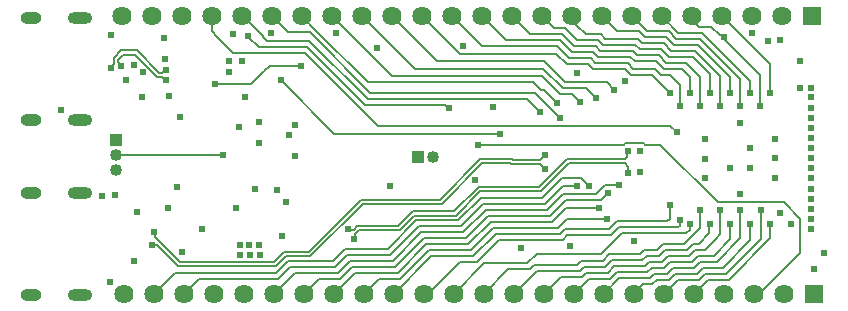
<source format=gbl>
G04*
G04 #@! TF.GenerationSoftware,Altium Limited,Altium Designer,24.7.2 (38)*
G04*
G04 Layer_Physical_Order=4*
G04 Layer_Color=16711680*
%FSLAX25Y25*%
%MOIN*%
G70*
G04*
G04 #@! TF.SameCoordinates,4F91C874-3C4E-4DED-96D1-C94EC6773432*
G04*
G04*
G04 #@! TF.FilePolarity,Positive*
G04*
G01*
G75*
%ADD13C,0.00600*%
%ADD64C,0.00603*%
%ADD74R,0.06400X0.06400*%
%ADD75C,0.06400*%
%ADD76O,0.07087X0.03937*%
%ADD77O,0.08268X0.03937*%
%ADD78C,0.04000*%
%ADD79R,0.04000X0.04000*%
%ADD80R,0.04000X0.04000*%
%ADD81C,0.02400*%
D13*
X114015Y17500D02*
X128358D01*
X110015Y13500D02*
X114015Y17500D01*
X95000Y13500D02*
X110015D01*
X128358Y17500D02*
X137858Y27000D01*
X99786Y84900D02*
X124186Y60500D01*
X221700D01*
X103700Y92300D02*
X121000Y75000D01*
X175928D01*
X178528Y72400D01*
X264800Y82200D02*
X264816Y82184D01*
X70100Y74500D02*
X82069D01*
X86300Y78731D02*
X88127Y80558D01*
X82069Y74500D02*
X86300Y78731D01*
X88127Y80558D02*
X98500D01*
X72400Y50900D02*
X72500Y50800D01*
X36900Y50900D02*
X72400D01*
X179600Y72400D02*
X184000Y68000D01*
X178528Y72400D02*
X179600D01*
X103700Y92300D02*
X103700D01*
X99000Y97000D02*
X103700Y92300D01*
X76093Y84900D02*
X86300D01*
X70693Y90300D02*
X76093Y84900D01*
X86300D02*
X99786D01*
X84442Y86921D02*
X86300D01*
X100593D01*
X81063Y90300D02*
X84442Y86921D01*
X100593D02*
X120015Y67500D01*
X101422Y88921D02*
X120843Y69500D01*
X87404Y88921D02*
X101422D01*
X101472Y91700D02*
X121672Y71500D01*
X89000Y97000D02*
X94300Y91700D01*
X101472D01*
X86025Y90300D02*
X87404Y88921D01*
X85822Y90503D02*
X86025Y90300D01*
X85822Y90503D02*
Y90508D01*
X79330Y97000D02*
X85822Y90508D01*
X121672Y71500D02*
X176600D01*
X120843Y69500D02*
X174100D01*
X79000Y97000D02*
X79330D01*
X146714Y67500D02*
X147814Y66400D01*
X120015Y67500D02*
X146714D01*
X147814Y66400D02*
X148000D01*
X80982Y90382D02*
X81063Y90300D01*
X69000Y91993D02*
X70693Y90300D01*
X69000Y91993D02*
Y97000D01*
X206564Y54700D02*
X212918D01*
X213318Y54300D01*
X218282D02*
X237511Y35070D01*
X206165Y54300D02*
X206564Y54700D01*
X213318Y54300D02*
X218282D01*
X157500D02*
X206165D01*
X91800Y75700D02*
X109700Y57800D01*
X164800D01*
X199882Y40700D02*
X204500D01*
X196882Y37700D02*
X199882Y40700D01*
X185950Y37700D02*
X196882D01*
X180750Y32500D02*
X185950Y37700D01*
X237511Y35070D02*
X259530D01*
X265083Y29518D01*
Y18311D02*
Y29518D01*
X252709Y5938D02*
X265083Y18311D01*
X250961Y4500D02*
X252399Y5938D01*
X252709D01*
X249500Y4500D02*
X250961D01*
X221700Y60500D02*
X223800Y58400D01*
X185821Y40400D02*
X190600D01*
X191900Y43100D02*
X194500Y40500D01*
Y40400D02*
Y40500D01*
X185693Y43100D02*
X191900D01*
X185853Y73000D02*
X193700D01*
X196900Y69800D01*
X176600Y71500D02*
X184900Y63200D01*
X174100Y69500D02*
X178300Y65300D01*
X198658Y17800D02*
X205558Y24700D01*
X177143Y17800D02*
X198658D01*
X174007Y14664D02*
X177143Y17800D01*
X149500Y4500D02*
X159664Y14664D01*
X174007D01*
X186906Y33000D02*
X198000D01*
X179093Y36500D02*
X185693Y43100D01*
X158529Y36500D02*
X179093D01*
X151030Y29000D02*
X158529Y36500D01*
X183686Y84500D02*
X187186Y81000D01*
X139000Y97000D02*
X151500Y84500D01*
X183686D01*
X129000Y97000D02*
X144000Y82000D01*
X179682D02*
X186682Y75000D01*
X144000Y82000D02*
X179682D01*
X179353Y79500D02*
X185853Y73000D01*
X119000Y97000D02*
X136500Y79500D01*
X179353D01*
X179025Y77000D02*
X185025Y71000D01*
X189000D01*
X191500Y68500D01*
X129000Y77000D02*
X179025D01*
X109000Y97000D02*
X129000Y77000D01*
X200500Y75000D02*
X203000Y72500D01*
X186682Y75000D02*
X200500D01*
X216602Y79599D02*
X218701Y77500D01*
X224850Y67022D02*
Y74180D01*
X221530Y77500D02*
X224850Y74180D01*
X218701Y77500D02*
X221530D01*
X209431Y79599D02*
X216602D01*
X207529Y81500D02*
X209431Y79599D01*
X229000Y95989D02*
Y97000D01*
Y95989D02*
X231403Y93585D01*
X235415D01*
X238341Y90659D02*
X238462D01*
X239250Y89871D01*
X235415Y93585D02*
X238341Y90659D01*
X239250Y89750D02*
Y89871D01*
X219000Y97000D02*
X224415Y91585D01*
X232400D01*
X187186Y81000D02*
X194358D01*
X195858Y79500D01*
X206701D01*
X208602Y77599D02*
X215580D01*
X206701Y79500D02*
X208602Y77599D01*
X215580D02*
X221557Y71622D01*
X227000Y81500D02*
X231543Y76957D01*
X220358Y81500D02*
X227000D01*
X231543Y67022D02*
Y76957D01*
X225500Y79500D02*
X228250Y76750D01*
X219530Y79500D02*
X225500D01*
X228250Y71622D02*
Y76750D01*
X159000Y87000D02*
X184015D01*
X149000Y97000D02*
X159000Y87000D01*
X184015D02*
X188015Y83000D01*
X195186D01*
X196686Y81500D02*
X207529D01*
X195186Y83000D02*
X196686Y81500D01*
X159000Y97000D02*
X167000Y89000D01*
X184843D01*
X188843Y85000D01*
X196015D01*
X197515Y83500D02*
X208358D01*
X196015Y85000D02*
X197515Y83500D01*
X208358D02*
X209858Y82000D01*
X217030D01*
X219530Y79500D01*
X169000Y97000D02*
X175000Y91000D01*
X185672D01*
X189672Y87000D01*
X196843D01*
X198343Y85500D01*
X209186D01*
X210686Y84000D01*
X217858D01*
X220358Y81500D01*
X179000Y97000D02*
X183000Y93000D01*
X186500D01*
X190500Y89000D02*
X197672D01*
X186500Y93000D02*
X190500Y89000D01*
X197672D02*
X199172Y87500D01*
X210015D01*
X211515Y86000D01*
X218686D01*
X221186Y83500D02*
X229172D01*
X218686Y86000D02*
X221186Y83500D01*
X234943Y71622D02*
Y77729D01*
X229172Y83500D02*
X234943Y77729D01*
X221172Y92000D02*
X223586Y89585D01*
X231572D01*
X222843Y87500D02*
X230828D01*
X220343Y90000D02*
X222843Y87500D01*
X213172Y90000D02*
X220343D01*
X209000Y97000D02*
X214000Y92000D01*
X221172D01*
X231572Y89585D02*
X244929Y76228D01*
X232400Y91585D02*
X248329Y75656D01*
X200000Y89500D02*
X210843D01*
X212343Y88000D01*
X198500Y91000D02*
X200000Y89500D01*
X219515Y88000D02*
X222015Y85500D01*
X212343Y88000D02*
X219515D01*
X193500Y91000D02*
X198500D01*
X211172Y92000D02*
X213172Y90000D01*
X199000Y97000D02*
X204000Y92000D01*
X211172D01*
X189000Y95539D02*
X190573Y93965D01*
X189000Y95539D02*
Y97000D01*
X190573Y93927D02*
Y93965D01*
Y93927D02*
X193500Y91000D01*
X222015Y85500D02*
X230000D01*
X238236Y77264D01*
Y67022D02*
Y77264D01*
X230828Y87500D02*
X241636Y76693D01*
Y71622D02*
Y76693D01*
X244929Y67022D02*
Y76228D01*
X159500Y4500D02*
X167664Y12664D01*
X174836D01*
X192015Y15500D02*
X199186D01*
X190679Y14164D02*
X192015Y15500D01*
X176336Y14164D02*
X190679D01*
X174836Y12664D02*
X176336Y14164D01*
X199186Y15500D02*
X201431Y17745D01*
X255000Y71600D02*
Y81000D01*
X239000Y97000D02*
X255000Y81000D01*
X239250Y89750D02*
X251600Y77400D01*
X248329Y71622D02*
Y75656D01*
X251600Y67000D02*
Y77400D01*
X56500Y11500D02*
X90172D01*
X49500Y4500D02*
X56500Y11500D01*
X94172Y15500D02*
X109186D01*
X113186Y19500D01*
X90172Y11500D02*
X94172Y15500D01*
X59500Y4500D02*
X64500Y9500D01*
X91000D02*
X95000Y13500D01*
X64500Y9500D02*
X91000D01*
X113186Y19500D02*
X127530D01*
X137030Y29000D01*
X151030D01*
X137858Y27000D02*
X151858D01*
X159358Y34500D01*
X179921D01*
X185821Y40400D01*
X89500Y4500D02*
X96500Y11500D01*
X110843D01*
X114843Y15500D01*
X129186D01*
X138686Y25000D01*
X160186Y32500D02*
X180750D01*
X152686Y25000D02*
X160186Y32500D01*
X138686Y25000D02*
X152686D01*
X115672Y13500D02*
X130015D01*
X99500Y4500D02*
X104500Y9500D01*
X130015Y13500D02*
X139515Y23000D01*
X104500Y9500D02*
X111672D01*
X115672Y13500D01*
X139515Y23000D02*
X153515D01*
X161015Y30500D01*
X181578D01*
X186778Y35700D01*
X198700D01*
X201000Y38000D01*
X182406Y28500D02*
X186906Y33000D01*
X116500Y11500D02*
X130843D01*
X109500Y4500D02*
X116500Y11500D01*
X140343Y21000D02*
X154343D01*
X130843Y11500D02*
X140343Y21000D01*
X161843Y28500D02*
X182406D01*
X154343Y21000D02*
X161843Y28500D01*
X119500Y4500D02*
X124500Y9500D01*
X131672D01*
X141172Y19000D02*
X155172D01*
X131672Y9500D02*
X141172Y19000D01*
X162672Y26500D02*
X184225D01*
X155172Y19000D02*
X162672Y26500D01*
X187225Y29500D02*
X200500D01*
X184225Y26500D02*
X187225Y29500D01*
X203901Y28700D02*
X220700D01*
X201201Y26000D02*
X203901Y28700D01*
X220700D02*
X221500Y29500D01*
Y34000D01*
X205558Y24700D02*
X227073D01*
X228293Y25921D01*
X129500Y4500D02*
X142000Y17000D01*
X156000D01*
X151500Y15000D02*
X157172D01*
X140961Y4500D02*
X142535Y6073D01*
X142573D01*
X151500Y15000D01*
X139500Y4500D02*
X140961D01*
X163500Y24500D02*
X185053D01*
X156000Y17000D02*
X163500Y24500D01*
X129500Y4500D02*
Y5961D01*
X157172Y15000D02*
X164672Y22500D01*
X185882D01*
X186553Y26000D02*
X201201D01*
X185053Y24500D02*
X186553Y26000D01*
X185882Y22500D02*
X187382Y24000D01*
X202029D02*
X204730Y26700D01*
X187382Y24000D02*
X202029D01*
X234200Y9200D02*
X241200D01*
X255065Y23065D02*
Y27770D01*
X241200Y9200D02*
X255065Y23065D01*
X251772Y22772D02*
Y32370D01*
X233372Y11200D02*
X240200D01*
X251772Y22772D01*
X239200Y13200D02*
X248372Y22372D01*
X232543Y13200D02*
X239200D01*
X248372Y22372D02*
Y27770D01*
X245079Y23079D02*
Y32370D01*
X231715Y15200D02*
X237200D01*
X245079Y23079D01*
X227229Y19200D02*
X229229Y21200D01*
X231200D01*
X234718Y24718D02*
Y27503D01*
X231200Y21200D02*
X234718Y24718D01*
X220058Y19200D02*
X227229D01*
X234718Y27503D02*
X234986Y27770D01*
X224896Y27286D02*
Y28896D01*
X224310Y26700D02*
X224896Y27286D01*
Y28896D02*
X225000Y29000D01*
X204730Y26700D02*
X224310D01*
X228293Y25921D02*
Y27770D01*
X231693Y26492D02*
Y32370D01*
X226401Y21200D02*
X231693Y26492D01*
X219230Y21200D02*
X226401D01*
X236986Y22858D02*
Y22986D01*
X238386Y24386D02*
Y32370D01*
X236986Y22986D02*
X238386Y24386D01*
X233328Y19200D02*
X236986Y22858D01*
X230058Y19200D02*
X233328D01*
X230886Y17200D02*
X236200D01*
X241679Y22679D02*
Y27770D01*
X236200Y17200D02*
X241679Y22679D01*
X169500Y4500D02*
X177164Y12164D01*
X191507D01*
X201431Y17745D02*
X211603D01*
X213058Y19200D01*
X217230D02*
X219230Y21200D01*
X213058Y19200D02*
X217230D01*
X192843Y13500D02*
X200015D01*
X191507Y12164D02*
X192843Y13500D01*
X200015D02*
X202260Y15745D01*
X212431D01*
X213886Y17200D01*
X218058D01*
X220058Y19200D01*
X179500Y4500D02*
X185164Y10164D01*
X192336D01*
X193672Y11500D01*
X195009Y11500D01*
X200843D01*
X203088Y13745D02*
X213260D01*
X200843Y11500D02*
X203088Y13745D01*
X213260D02*
X214715Y15200D01*
X201672Y9500D02*
X203917Y11745D01*
X189500Y4500D02*
X194500Y9500D01*
X214088Y11745D02*
X215543Y13200D01*
X203917Y11745D02*
X214088D01*
X194500Y9500D02*
X201672D01*
X214715Y15200D02*
X218886D01*
X220886Y17200D01*
X228058D01*
X230058Y19200D01*
X215543Y13200D02*
X219715D01*
X221715Y15200D02*
X228886D01*
X219715Y13200D02*
X221715Y15200D01*
X228886D02*
X230886Y17200D01*
X199500Y4500D02*
X204745Y9745D01*
X214917D01*
X216372Y11200D02*
X220543D01*
X214917Y9745D02*
X216372Y11200D01*
X222543Y13200D02*
X229715D01*
X220543Y11200D02*
X222543Y13200D01*
X229715D02*
X231715Y15200D01*
X209500Y4500D02*
X212745Y7745D01*
X215745D01*
X217200Y9200D01*
X221372D01*
X223372Y11200D01*
X230543D01*
X232543Y13200D01*
X224200Y9200D02*
X231372D01*
X233372Y11200D01*
X219500Y4500D02*
X224200Y9200D01*
X229500Y4500D02*
X234200Y9200D01*
D64*
X49835Y23465D02*
X58201Y15099D01*
X89521D01*
X57620Y13695D02*
X90102D01*
X89521Y15099D02*
X92927Y18505D01*
X90102Y13695D02*
X93508Y17101D01*
X50622Y20694D02*
X57620Y13695D01*
X101104Y18505D02*
X118559Y35959D01*
X101686Y17101D02*
X119140Y34556D01*
X118559Y35959D02*
X144949D01*
X92927Y18505D02*
X101104D01*
X93508Y17101D02*
X101686D01*
X119140Y34556D02*
X145530D01*
X49278Y20694D02*
X50622D01*
X49065Y20907D02*
X49278Y20694D01*
X49835Y23465D02*
Y24965D01*
X49700Y25100D02*
X49835Y24965D01*
X37559Y82534D02*
X39322Y84297D01*
X37559Y81781D02*
Y82534D01*
X36156Y81052D02*
Y83115D01*
X37559Y81781D02*
X38531Y80809D01*
X35300Y79800D02*
Y80196D01*
X36156Y83115D02*
X38741Y85700D01*
X35300Y80196D02*
X36156Y81052D01*
X38531Y80529D02*
Y80809D01*
X38741Y85700D02*
X43792D01*
X53147Y75850D02*
X53500D01*
X52248Y76749D02*
X53147Y75850D01*
X50760Y76749D02*
X52248D01*
X43211Y84297D02*
X50760Y76749D01*
X39322Y84297D02*
X43211D01*
X51341Y78152D02*
X52248D01*
X53147Y79050D01*
X53500D01*
X43792Y85700D02*
X51341Y78152D01*
X150283Y30602D02*
X158378Y38697D01*
X149701Y32004D02*
X157797Y40100D01*
X135785Y32004D02*
X149701D01*
X114400Y26200D02*
X114616Y25984D01*
X116151D01*
X116330Y22900D02*
X116608Y23178D01*
X117266Y27099D02*
X130879D01*
X116608Y23178D02*
Y24456D01*
X117847Y25695D01*
X131460D01*
X136366Y30602D02*
X150283D01*
X116151Y25984D02*
X117266Y27099D01*
X130879D02*
X135785Y32004D01*
X131460Y25695D02*
X136366Y30602D01*
X178252Y49301D02*
X179800Y50850D01*
Y50900D01*
X144949Y35959D02*
X158392Y49402D01*
X158973Y47998D02*
X168660D01*
X168760Y47899D02*
X178252D01*
X179850Y46300D01*
X179900D01*
X158392Y49402D02*
X169241D01*
X168660Y47998D02*
X168760Y47899D01*
X169341Y49301D02*
X178252D01*
X169241Y49402D02*
X169341Y49301D01*
X145530Y34556D02*
X158973Y47998D01*
X206447Y48094D02*
X207600Y46941D01*
Y44800D02*
Y46941D01*
X187894Y48094D02*
X206447D01*
X187313Y49497D02*
X206447D01*
X157797Y40100D02*
X177916D01*
X178497Y38697D02*
X187894Y48094D01*
X158378Y38697D02*
X178497D01*
X177916Y40100D02*
X187313Y49497D01*
X206447D02*
X207256Y50306D01*
Y51856D01*
X207600Y52200D01*
D74*
X269500Y4500D02*
D03*
X269000Y97000D02*
D03*
D75*
X259500Y4500D02*
D03*
X249500D02*
D03*
X239500D02*
D03*
X229500D02*
D03*
X219500D02*
D03*
X209500D02*
D03*
X199500D02*
D03*
X189500D02*
D03*
X179500D02*
D03*
X169500D02*
D03*
X159500D02*
D03*
X149500D02*
D03*
X139500D02*
D03*
X129500D02*
D03*
X119500D02*
D03*
X109500D02*
D03*
X99500D02*
D03*
X89500D02*
D03*
X79500D02*
D03*
X69500D02*
D03*
X59500D02*
D03*
X49500D02*
D03*
X39500D02*
D03*
X259000Y97000D02*
D03*
X249000D02*
D03*
X239000D02*
D03*
X229000D02*
D03*
X219000D02*
D03*
X209000D02*
D03*
X199000D02*
D03*
X189000D02*
D03*
X179000D02*
D03*
X169000D02*
D03*
X159000D02*
D03*
X149000D02*
D03*
X139000D02*
D03*
X129000D02*
D03*
X119000D02*
D03*
X109000D02*
D03*
X99000D02*
D03*
X89000D02*
D03*
X79000D02*
D03*
X69000D02*
D03*
X59000D02*
D03*
X49000D02*
D03*
X39000D02*
D03*
D76*
X8543Y62484D02*
D03*
Y96492D02*
D03*
Y38008D02*
D03*
Y4000D02*
D03*
D77*
X25000Y96500D02*
D03*
Y62484D02*
D03*
Y4000D02*
D03*
Y38016D02*
D03*
D78*
X36900Y45900D02*
D03*
Y50900D02*
D03*
X142500Y50000D02*
D03*
D79*
X36900Y55900D02*
D03*
D80*
X137500Y50000D02*
D03*
D81*
X273000Y18000D02*
D03*
X53200Y82800D02*
D03*
X207600Y52200D02*
D03*
X90500Y39000D02*
D03*
X74500Y78500D02*
D03*
X79000Y82000D02*
D03*
X74500D02*
D03*
X93500Y35043D02*
D03*
X206572Y75428D02*
D03*
X45500Y70000D02*
D03*
X54500Y70500D02*
D03*
X35000Y8400D02*
D03*
X57400Y40300D02*
D03*
X54300Y33250D02*
D03*
X32200Y37000D02*
D03*
X44100Y31800D02*
D03*
X42917Y15591D02*
D03*
X59100Y18500D02*
D03*
X18500Y65800D02*
D03*
X36500Y37600D02*
D03*
X75800Y91300D02*
D03*
X84700Y54700D02*
D03*
Y61800D02*
D03*
X45827Y78427D02*
D03*
X58363Y63437D02*
D03*
X43000Y80700D02*
D03*
X40200Y75700D02*
D03*
X94575Y57625D02*
D03*
X96700Y60800D02*
D03*
X52900Y89900D02*
D03*
X88522Y91621D02*
D03*
X79800Y70100D02*
D03*
X35400Y90800D02*
D03*
X77900Y60100D02*
D03*
X76951Y33010D02*
D03*
X209500Y22000D02*
D03*
X258172Y31328D02*
D03*
X128165Y40468D02*
D03*
X156668Y42369D02*
D03*
X261826Y27839D02*
D03*
X171768Y19769D02*
D03*
X162669Y66768D02*
D03*
X211500Y52000D02*
D03*
Y45000D02*
D03*
X123768Y86369D02*
D03*
X152687Y87269D02*
D03*
X233200Y56100D02*
D03*
X233246Y49650D02*
D03*
Y43154D02*
D03*
X256762Y43246D02*
D03*
Y49742D02*
D03*
Y56238D02*
D03*
X244958Y61454D02*
D03*
X245050Y37938D02*
D03*
X248300Y53100D02*
D03*
X248346Y46346D02*
D03*
X241600Y46400D02*
D03*
X248877Y91577D02*
D03*
X264800Y82200D02*
D03*
X265083Y73292D02*
D03*
X268472Y70000D02*
D03*
X268600Y32964D02*
D03*
Y36310D02*
D03*
Y29617D02*
D03*
Y59735D02*
D03*
Y46350D02*
D03*
Y53043D02*
D03*
Y73121D02*
D03*
Y66428D02*
D03*
Y56389D02*
D03*
Y26271D02*
D03*
Y63082D02*
D03*
Y39657D02*
D03*
Y43003D02*
D03*
Y49696D02*
D03*
X92400Y23700D02*
D03*
X83400Y39500D02*
D03*
X78300Y20900D02*
D03*
X84900Y17400D02*
D03*
X84700Y20800D02*
D03*
X81400Y20700D02*
D03*
X81600Y17500D02*
D03*
X78300Y17600D02*
D03*
X65700Y26300D02*
D03*
X70100Y74500D02*
D03*
X98500Y80558D02*
D03*
X96500Y50600D02*
D03*
X269600Y12900D02*
D03*
X254200Y88800D02*
D03*
X258400Y89100D02*
D03*
X110300Y91400D02*
D03*
X190600Y78000D02*
D03*
X72500Y50800D02*
D03*
X38531Y80529D02*
D03*
X35300Y79800D02*
D03*
X53500Y79050D02*
D03*
Y75850D02*
D03*
X49700Y25100D02*
D03*
X49065Y20907D02*
D03*
X114400Y26200D02*
D03*
X116330Y22900D02*
D03*
X179900Y46300D02*
D03*
X179800Y50900D02*
D03*
X207600Y44800D02*
D03*
X91800Y75700D02*
D03*
X204500Y40700D02*
D03*
X157500Y54300D02*
D03*
X164800Y57800D02*
D03*
X223800Y58400D02*
D03*
X190600Y40400D02*
D03*
X194500D02*
D03*
X196900Y69800D02*
D03*
X184900Y63200D02*
D03*
X178300Y65300D02*
D03*
X188400Y20500D02*
D03*
X148000Y66400D02*
D03*
X80982Y90382D02*
D03*
X198000Y33000D02*
D03*
X184000Y68000D02*
D03*
X191500Y68500D02*
D03*
X203000Y72500D02*
D03*
X239500Y90000D02*
D03*
X201000Y38000D02*
D03*
X200500Y29500D02*
D03*
X225000Y29000D02*
D03*
X221500Y34000D02*
D03*
X228293Y27770D02*
D03*
X221557Y71622D02*
D03*
X255065Y27770D02*
D03*
X248372D02*
D03*
X251772Y32370D02*
D03*
X241679Y27770D02*
D03*
X245079Y32370D02*
D03*
X234986Y27770D02*
D03*
X238386Y32370D02*
D03*
X231693D02*
D03*
X228250Y71622D02*
D03*
X224850Y67022D02*
D03*
X234943Y71622D02*
D03*
X231543Y67022D02*
D03*
X241636Y71622D02*
D03*
X238236Y67022D02*
D03*
X248329Y71622D02*
D03*
X244929Y67022D02*
D03*
X251600Y67000D02*
D03*
X255000Y71600D02*
D03*
M02*

</source>
